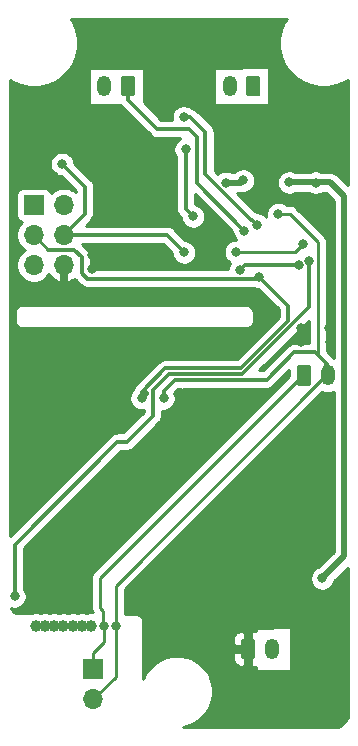
<source format=gbr>
G04 #@! TF.GenerationSoftware,KiCad,Pcbnew,(5.1.5)-3*
G04 #@! TF.CreationDate,2021-05-09T10:58:11+01:00*
G04 #@! TF.ProjectId,ModuleV440,4d6f6475-6c65-4563-9434-302e6b696361,rev?*
G04 #@! TF.SameCoordinates,Original*
G04 #@! TF.FileFunction,Copper,L2,Bot*
G04 #@! TF.FilePolarity,Positive*
%FSLAX46Y46*%
G04 Gerber Fmt 4.6, Leading zero omitted, Abs format (unit mm)*
G04 Created by KiCad (PCBNEW (5.1.5)-3) date 2021-05-09 10:58:11*
%MOMM*%
%LPD*%
G04 APERTURE LIST*
%ADD10O,1.200000X1.750000*%
%ADD11C,0.100000*%
%ADD12O,1.700000X1.700000*%
%ADD13R,1.700000X1.700000*%
%ADD14C,1.000000*%
%ADD15C,0.800000*%
%ADD16C,0.500000*%
%ADD17C,0.300000*%
%ADD18C,0.250000*%
%ADD19C,0.254000*%
G04 APERTURE END LIST*
D10*
X121217600Y-54387600D03*
G04 #@! TA.AperFunction,ComponentPad*
D11*
G36*
X123592105Y-53513804D02*
G01*
X123616373Y-53517404D01*
X123640172Y-53523365D01*
X123663271Y-53531630D01*
X123685450Y-53542120D01*
X123706493Y-53554732D01*
X123726199Y-53569347D01*
X123744377Y-53585823D01*
X123760853Y-53604001D01*
X123775468Y-53623707D01*
X123788080Y-53644750D01*
X123798570Y-53666929D01*
X123806835Y-53690028D01*
X123812796Y-53713827D01*
X123816396Y-53738095D01*
X123817600Y-53762599D01*
X123817600Y-55012601D01*
X123816396Y-55037105D01*
X123812796Y-55061373D01*
X123806835Y-55085172D01*
X123798570Y-55108271D01*
X123788080Y-55130450D01*
X123775468Y-55151493D01*
X123760853Y-55171199D01*
X123744377Y-55189377D01*
X123726199Y-55205853D01*
X123706493Y-55220468D01*
X123685450Y-55233080D01*
X123663271Y-55243570D01*
X123640172Y-55251835D01*
X123616373Y-55257796D01*
X123592105Y-55261396D01*
X123567601Y-55262600D01*
X122867599Y-55262600D01*
X122843095Y-55261396D01*
X122818827Y-55257796D01*
X122795028Y-55251835D01*
X122771929Y-55243570D01*
X122749750Y-55233080D01*
X122728707Y-55220468D01*
X122709001Y-55205853D01*
X122690823Y-55189377D01*
X122674347Y-55171199D01*
X122659732Y-55151493D01*
X122647120Y-55130450D01*
X122636630Y-55108271D01*
X122628365Y-55085172D01*
X122622404Y-55061373D01*
X122618804Y-55037105D01*
X122617600Y-55012601D01*
X122617600Y-53762599D01*
X122618804Y-53738095D01*
X122622404Y-53713827D01*
X122628365Y-53690028D01*
X122636630Y-53666929D01*
X122647120Y-53644750D01*
X122659732Y-53623707D01*
X122674347Y-53604001D01*
X122690823Y-53585823D01*
X122709001Y-53569347D01*
X122728707Y-53554732D01*
X122749750Y-53542120D01*
X122771929Y-53531630D01*
X122795028Y-53523365D01*
X122818827Y-53517404D01*
X122843095Y-53513804D01*
X122867599Y-53512600D01*
X123567601Y-53512600D01*
X123592105Y-53513804D01*
G37*
G04 #@! TD.AperFunction*
D10*
X110617600Y-54387600D03*
G04 #@! TA.AperFunction,ComponentPad*
D11*
G36*
X112992105Y-53513804D02*
G01*
X113016373Y-53517404D01*
X113040172Y-53523365D01*
X113063271Y-53531630D01*
X113085450Y-53542120D01*
X113106493Y-53554732D01*
X113126199Y-53569347D01*
X113144377Y-53585823D01*
X113160853Y-53604001D01*
X113175468Y-53623707D01*
X113188080Y-53644750D01*
X113198570Y-53666929D01*
X113206835Y-53690028D01*
X113212796Y-53713827D01*
X113216396Y-53738095D01*
X113217600Y-53762599D01*
X113217600Y-55012601D01*
X113216396Y-55037105D01*
X113212796Y-55061373D01*
X113206835Y-55085172D01*
X113198570Y-55108271D01*
X113188080Y-55130450D01*
X113175468Y-55151493D01*
X113160853Y-55171199D01*
X113144377Y-55189377D01*
X113126199Y-55205853D01*
X113106493Y-55220468D01*
X113085450Y-55233080D01*
X113063271Y-55243570D01*
X113040172Y-55251835D01*
X113016373Y-55257796D01*
X112992105Y-55261396D01*
X112967601Y-55262600D01*
X112267599Y-55262600D01*
X112243095Y-55261396D01*
X112218827Y-55257796D01*
X112195028Y-55251835D01*
X112171929Y-55243570D01*
X112149750Y-55233080D01*
X112128707Y-55220468D01*
X112109001Y-55205853D01*
X112090823Y-55189377D01*
X112074347Y-55171199D01*
X112059732Y-55151493D01*
X112047120Y-55130450D01*
X112036630Y-55108271D01*
X112028365Y-55085172D01*
X112022404Y-55061373D01*
X112018804Y-55037105D01*
X112017600Y-55012601D01*
X112017600Y-53762599D01*
X112018804Y-53738095D01*
X112022404Y-53713827D01*
X112028365Y-53690028D01*
X112036630Y-53666929D01*
X112047120Y-53644750D01*
X112059732Y-53623707D01*
X112074347Y-53604001D01*
X112090823Y-53585823D01*
X112109001Y-53569347D01*
X112128707Y-53554732D01*
X112149750Y-53542120D01*
X112171929Y-53531630D01*
X112195028Y-53523365D01*
X112218827Y-53517404D01*
X112243095Y-53513804D01*
X112267599Y-53512600D01*
X112967601Y-53512600D01*
X112992105Y-53513804D01*
G37*
G04 #@! TD.AperFunction*
D12*
X109667600Y-106302600D03*
D13*
X109667600Y-103762600D03*
D10*
X124767600Y-102037600D03*
G04 #@! TA.AperFunction,ComponentPad*
D11*
G36*
X123142105Y-101163804D02*
G01*
X123166373Y-101167404D01*
X123190172Y-101173365D01*
X123213271Y-101181630D01*
X123235450Y-101192120D01*
X123256493Y-101204732D01*
X123276199Y-101219347D01*
X123294377Y-101235823D01*
X123310853Y-101254001D01*
X123325468Y-101273707D01*
X123338080Y-101294750D01*
X123348570Y-101316929D01*
X123356835Y-101340028D01*
X123362796Y-101363827D01*
X123366396Y-101388095D01*
X123367600Y-101412599D01*
X123367600Y-102662601D01*
X123366396Y-102687105D01*
X123362796Y-102711373D01*
X123356835Y-102735172D01*
X123348570Y-102758271D01*
X123338080Y-102780450D01*
X123325468Y-102801493D01*
X123310853Y-102821199D01*
X123294377Y-102839377D01*
X123276199Y-102855853D01*
X123256493Y-102870468D01*
X123235450Y-102883080D01*
X123213271Y-102893570D01*
X123190172Y-102901835D01*
X123166373Y-102907796D01*
X123142105Y-102911396D01*
X123117601Y-102912600D01*
X122417599Y-102912600D01*
X122393095Y-102911396D01*
X122368827Y-102907796D01*
X122345028Y-102901835D01*
X122321929Y-102893570D01*
X122299750Y-102883080D01*
X122278707Y-102870468D01*
X122259001Y-102855853D01*
X122240823Y-102839377D01*
X122224347Y-102821199D01*
X122209732Y-102801493D01*
X122197120Y-102780450D01*
X122186630Y-102758271D01*
X122178365Y-102735172D01*
X122172404Y-102711373D01*
X122168804Y-102687105D01*
X122167600Y-102662601D01*
X122167600Y-101412599D01*
X122168804Y-101388095D01*
X122172404Y-101363827D01*
X122178365Y-101340028D01*
X122186630Y-101316929D01*
X122197120Y-101294750D01*
X122209732Y-101273707D01*
X122224347Y-101254001D01*
X122240823Y-101235823D01*
X122259001Y-101219347D01*
X122278707Y-101204732D01*
X122299750Y-101192120D01*
X122321929Y-101181630D01*
X122345028Y-101173365D01*
X122368827Y-101167404D01*
X122393095Y-101163804D01*
X122417599Y-101162600D01*
X123117601Y-101162600D01*
X123142105Y-101163804D01*
G37*
G04 #@! TD.AperFunction*
D10*
X129517600Y-78887600D03*
G04 #@! TA.AperFunction,ComponentPad*
D11*
G36*
X127892105Y-78013804D02*
G01*
X127916373Y-78017404D01*
X127940172Y-78023365D01*
X127963271Y-78031630D01*
X127985450Y-78042120D01*
X128006493Y-78054732D01*
X128026199Y-78069347D01*
X128044377Y-78085823D01*
X128060853Y-78104001D01*
X128075468Y-78123707D01*
X128088080Y-78144750D01*
X128098570Y-78166929D01*
X128106835Y-78190028D01*
X128112796Y-78213827D01*
X128116396Y-78238095D01*
X128117600Y-78262599D01*
X128117600Y-79512601D01*
X128116396Y-79537105D01*
X128112796Y-79561373D01*
X128106835Y-79585172D01*
X128098570Y-79608271D01*
X128088080Y-79630450D01*
X128075468Y-79651493D01*
X128060853Y-79671199D01*
X128044377Y-79689377D01*
X128026199Y-79705853D01*
X128006493Y-79720468D01*
X127985450Y-79733080D01*
X127963271Y-79743570D01*
X127940172Y-79751835D01*
X127916373Y-79757796D01*
X127892105Y-79761396D01*
X127867601Y-79762600D01*
X127167599Y-79762600D01*
X127143095Y-79761396D01*
X127118827Y-79757796D01*
X127095028Y-79751835D01*
X127071929Y-79743570D01*
X127049750Y-79733080D01*
X127028707Y-79720468D01*
X127009001Y-79705853D01*
X126990823Y-79689377D01*
X126974347Y-79671199D01*
X126959732Y-79651493D01*
X126947120Y-79630450D01*
X126936630Y-79608271D01*
X126928365Y-79585172D01*
X126922404Y-79561373D01*
X126918804Y-79537105D01*
X126917600Y-79512601D01*
X126917600Y-78262599D01*
X126918804Y-78238095D01*
X126922404Y-78213827D01*
X126928365Y-78190028D01*
X126936630Y-78166929D01*
X126947120Y-78144750D01*
X126959732Y-78123707D01*
X126974347Y-78104001D01*
X126990823Y-78085823D01*
X127009001Y-78069347D01*
X127028707Y-78054732D01*
X127049750Y-78042120D01*
X127071929Y-78031630D01*
X127095028Y-78023365D01*
X127118827Y-78017404D01*
X127143095Y-78013804D01*
X127167599Y-78012600D01*
X127867601Y-78012600D01*
X127892105Y-78013804D01*
G37*
G04 #@! TD.AperFunction*
D13*
X104642600Y-64462600D03*
D12*
X107182600Y-64462600D03*
X104642600Y-67002600D03*
X107182600Y-67002600D03*
X104642600Y-69542600D03*
X107182600Y-69542600D03*
D14*
X104810933Y-100087600D03*
X105592044Y-100087600D03*
X106373155Y-100087600D03*
X107154266Y-100087600D03*
X107935377Y-100087600D03*
X108717600Y-100087600D03*
X109517600Y-100087600D03*
D15*
X126417600Y-54187600D03*
X111647600Y-59327600D03*
X112897600Y-59327600D03*
X107192600Y-55612600D03*
X110472600Y-59327600D03*
X113167600Y-49912600D03*
X117467600Y-97692600D03*
X117467600Y-96712600D03*
X123907600Y-73827600D03*
X127287600Y-76017600D03*
X129657600Y-74827600D03*
X128092600Y-89787600D03*
X128077600Y-90797600D03*
X129117600Y-89787600D03*
X108007600Y-93332600D03*
X109107600Y-93332600D03*
X110207600Y-93332600D03*
X111357600Y-93332600D03*
X117467600Y-95732600D03*
X118792600Y-96712600D03*
X118792600Y-97692600D03*
X118792600Y-95732600D03*
X111567600Y-62762600D03*
X112817600Y-62762600D03*
X110392600Y-62762600D03*
X109527600Y-69852600D03*
X109527600Y-68727600D03*
X125592600Y-56987600D03*
X111342600Y-49912600D03*
X109517600Y-49912600D03*
X107187600Y-56527600D03*
X123397600Y-64067600D03*
X105162600Y-62022600D03*
X106337600Y-62022600D03*
X129517600Y-66357600D03*
X128927600Y-61337600D03*
X130377600Y-61337600D03*
X129687600Y-76017600D03*
X127267600Y-74827600D03*
X115947600Y-69647600D03*
X110787600Y-65707600D03*
X109857600Y-65687600D03*
X124977600Y-73817600D03*
X102967600Y-72537600D03*
X117467600Y-94712600D03*
X118792600Y-94712600D03*
X117467600Y-93562600D03*
X118792600Y-93562600D03*
X129067600Y-96062600D03*
X128507600Y-62567600D03*
X126257600Y-62537600D03*
X120917588Y-62577600D03*
X122377600Y-62377600D03*
X122477600Y-66617600D03*
X127117600Y-69557600D03*
X122117600Y-69987590D03*
X123517600Y-66107600D03*
X117337600Y-57027600D03*
X121747600Y-68427600D03*
X127462850Y-67717459D03*
X117487600Y-59742600D03*
X118137600Y-65427600D03*
X117377600Y-68467600D03*
X107047600Y-60997600D03*
X103017600Y-97597600D03*
X127979739Y-69158553D03*
X125342600Y-65197600D03*
X115630100Y-80837586D03*
X111562588Y-100107600D03*
X123737600Y-70537600D03*
X113773366Y-80805866D03*
X110567600Y-100097600D03*
D16*
X126217600Y-62577600D02*
X126257600Y-62537600D01*
X130917600Y-94212600D02*
X130917600Y-63717600D01*
X130917600Y-63717600D02*
X129737600Y-62537600D01*
X129737600Y-62537600D02*
X126257600Y-62537600D01*
X129067600Y-96062600D02*
X130917600Y-94212600D01*
X120917588Y-62577600D02*
X122177600Y-62577600D01*
X122177600Y-62577600D02*
X122377600Y-62377600D01*
D17*
X118447600Y-62587600D02*
X122477600Y-66617600D01*
X112617600Y-55537600D02*
X115107600Y-58027600D01*
X112617600Y-54387600D02*
X112617600Y-55537600D01*
X115107600Y-58027600D02*
X117757600Y-58027600D01*
X117757600Y-58027600D02*
X118447600Y-58717600D01*
X118447600Y-58717600D02*
X118447600Y-62587600D01*
X127117600Y-69557600D02*
X122547590Y-69557600D01*
X122547590Y-69557600D02*
X122117600Y-69987590D01*
X123517600Y-66107600D02*
X123117601Y-65707601D01*
X117904011Y-57027600D02*
X117337600Y-57027600D01*
X119167599Y-58291188D02*
X117904011Y-57027600D01*
X119167599Y-61863615D02*
X119167599Y-58291188D01*
X123117601Y-65707601D02*
X123011585Y-65707601D01*
X123011585Y-65707601D02*
X119167599Y-61863615D01*
D18*
X126752709Y-68427600D02*
X127462850Y-67717459D01*
X121747600Y-68427600D02*
X126752709Y-68427600D01*
D17*
X117487600Y-64777600D02*
X118137600Y-65427600D01*
X117487600Y-59742600D02*
X117487600Y-64777600D01*
X107182600Y-67002600D02*
X115912600Y-67002600D01*
X115912600Y-67002600D02*
X117377600Y-68467600D01*
X108987600Y-62937600D02*
X107047600Y-60997600D01*
X107182600Y-67002600D02*
X108987600Y-65197600D01*
X108987600Y-65197600D02*
X108987600Y-62937600D01*
X114717600Y-80887600D02*
X114717600Y-80137600D01*
X127979739Y-69724238D02*
X127979739Y-69158553D01*
X122304022Y-78787589D02*
X127979739Y-73111872D01*
X114717600Y-80137600D02*
X116067611Y-78787589D01*
X127979739Y-73111872D02*
X127979739Y-69724238D01*
X116067611Y-78787589D02*
X122304022Y-78787589D01*
X112503604Y-84501596D02*
X114717600Y-82287600D01*
X114717600Y-82287600D02*
X114717600Y-80887600D01*
X111717600Y-84501596D02*
X112503604Y-84501596D01*
X103017600Y-97597600D02*
X103017600Y-93201596D01*
X103017600Y-93201596D02*
X111717600Y-84501596D01*
X129367600Y-77857600D02*
X129367600Y-78887600D01*
X126657600Y-76937600D02*
X128447600Y-76937600D01*
X128447600Y-76937600D02*
X129367600Y-77857600D01*
D18*
X128697600Y-67577600D02*
X126317600Y-65197600D01*
X128697600Y-77167600D02*
X128697600Y-67577600D01*
X126317600Y-65197600D02*
X125342600Y-65197600D01*
X129517600Y-78887600D02*
X129517600Y-77987600D01*
X129517600Y-77987600D02*
X128697600Y-77167600D01*
D17*
X117217600Y-79237600D02*
X117167600Y-79287600D01*
X126647600Y-76937600D02*
X124347600Y-79237600D01*
X124347600Y-79237600D02*
X117217600Y-79237600D01*
X117230086Y-79237600D02*
X116567600Y-79237600D01*
X115630100Y-80175100D02*
X115630100Y-80837586D01*
X116567600Y-79237600D02*
X115630100Y-80175100D01*
D18*
X129517600Y-78887600D02*
X129367600Y-78887600D01*
X109667600Y-106302600D02*
X111562588Y-104407612D01*
X111562588Y-99541915D02*
X111562588Y-100107600D01*
X111562588Y-104407612D02*
X111562588Y-100107600D01*
X129367600Y-78887600D02*
X111562588Y-96692612D01*
X111562588Y-96692612D02*
X111562588Y-99541915D01*
D17*
X114117414Y-80311817D02*
X114205091Y-80399494D01*
X114205091Y-80437593D02*
X113836818Y-80805866D01*
X113836818Y-80805866D02*
X113773366Y-80805866D01*
X113805100Y-80837600D02*
X113805100Y-80413689D01*
X126177600Y-72977600D02*
X124137599Y-70937599D01*
X113773366Y-80281834D02*
X115767600Y-78287600D01*
X124137599Y-70937599D02*
X123737600Y-70537600D01*
X126177600Y-74277600D02*
X126177600Y-72977600D01*
X113773366Y-80805866D02*
X113773366Y-80281834D01*
X122167600Y-78287600D02*
X126177600Y-74277600D01*
X115767600Y-78287600D02*
X122167600Y-78287600D01*
X104642600Y-67002600D02*
X105282600Y-67002600D01*
D18*
X105877600Y-68237600D02*
X104642600Y-67002600D01*
X105917600Y-68237600D02*
X105877600Y-68237600D01*
D17*
X123587600Y-70687600D02*
X123737600Y-70537600D01*
X108717600Y-70237600D02*
X109167600Y-70687600D01*
X108073601Y-68237600D02*
X108717600Y-68881599D01*
X105917600Y-68237600D02*
X108073601Y-68237600D01*
X108717600Y-68881599D02*
X108717600Y-70237600D01*
X109167600Y-70687600D02*
X123587600Y-70687600D01*
D18*
X109667600Y-102362600D02*
X109667600Y-103762600D01*
X110567600Y-101462600D02*
X109667600Y-102362600D01*
X110567600Y-100097600D02*
X110567600Y-101462600D01*
X110542600Y-98812600D02*
X110542600Y-100072600D01*
X110267607Y-98537607D02*
X110542600Y-98812600D01*
X110267607Y-96037593D02*
X110267607Y-98537607D01*
X127367600Y-78937600D02*
X110267607Y-96037593D01*
X110542600Y-100072600D02*
X110567600Y-100097600D01*
X127367600Y-78887600D02*
X127367600Y-78937600D01*
D19*
G36*
X130032600Y-93846021D02*
G01*
X128822557Y-95056065D01*
X128765702Y-95067374D01*
X128577344Y-95145395D01*
X128407826Y-95258663D01*
X128263663Y-95402826D01*
X128150395Y-95572344D01*
X128072374Y-95760702D01*
X128032600Y-95960661D01*
X128032600Y-96164539D01*
X128072374Y-96364498D01*
X128150395Y-96552856D01*
X128263663Y-96722374D01*
X128407826Y-96866537D01*
X128577344Y-96979805D01*
X128765702Y-97057826D01*
X128965661Y-97097600D01*
X129169539Y-97097600D01*
X129369498Y-97057826D01*
X129557856Y-96979805D01*
X129727374Y-96866537D01*
X129871537Y-96722374D01*
X129984805Y-96552856D01*
X130062826Y-96364498D01*
X130074135Y-96307643D01*
X131213029Y-95168750D01*
X131207616Y-107802710D01*
X131189214Y-107990384D01*
X131182317Y-108013228D01*
X130592568Y-108602928D01*
X130575767Y-108608129D01*
X130390508Y-108627600D01*
X117241744Y-108627600D01*
X117640543Y-108548274D01*
X118191422Y-108320092D01*
X118687200Y-107988824D01*
X119108824Y-107567200D01*
X119440092Y-107071422D01*
X119668274Y-106520543D01*
X119784600Y-105935733D01*
X119784600Y-105339467D01*
X119668274Y-104754657D01*
X119440092Y-104203778D01*
X119108824Y-103708000D01*
X118687200Y-103286376D01*
X118191422Y-102955108D01*
X118088799Y-102912600D01*
X121529528Y-102912600D01*
X121541788Y-103037082D01*
X121578098Y-103156780D01*
X121637063Y-103267094D01*
X121716415Y-103363785D01*
X121813106Y-103443137D01*
X121923420Y-103502102D01*
X122043118Y-103538412D01*
X122167600Y-103550672D01*
X122385850Y-103547600D01*
X122544600Y-103388850D01*
X122544600Y-102260600D01*
X121691350Y-102260600D01*
X121532600Y-102419350D01*
X121529528Y-102912600D01*
X118088799Y-102912600D01*
X117640543Y-102726926D01*
X117055733Y-102610600D01*
X116459467Y-102610600D01*
X115874657Y-102726926D01*
X115323778Y-102955108D01*
X114828000Y-103286376D01*
X114406376Y-103708000D01*
X114075108Y-104203778D01*
X113902600Y-104620248D01*
X113902600Y-101162600D01*
X121529528Y-101162600D01*
X121532600Y-101655850D01*
X121691350Y-101814600D01*
X122544600Y-101814600D01*
X122544600Y-100686350D01*
X122990600Y-100686350D01*
X122990600Y-101814600D01*
X123010600Y-101814600D01*
X123010600Y-102260600D01*
X122990600Y-102260600D01*
X122990600Y-103388850D01*
X123149350Y-103547600D01*
X123367600Y-103550672D01*
X123489231Y-103538693D01*
X123490924Y-103788984D01*
X123493395Y-103813071D01*
X123500655Y-103836886D01*
X123512421Y-103858826D01*
X123528241Y-103878050D01*
X123547508Y-103893818D01*
X123569480Y-103905524D01*
X123593314Y-103912718D01*
X123618094Y-103915125D01*
X126294080Y-103911475D01*
X126319586Y-103908852D01*
X126343358Y-103901452D01*
X126365228Y-103889557D01*
X126384359Y-103873624D01*
X126400013Y-103854265D01*
X126411589Y-103832224D01*
X126418643Y-103808347D01*
X126420904Y-103783554D01*
X126395904Y-100336679D01*
X126393019Y-100310669D01*
X126385380Y-100286973D01*
X126373265Y-100265223D01*
X126357140Y-100246255D01*
X126337624Y-100230796D01*
X126315467Y-100219443D01*
X126291521Y-100212630D01*
X126266706Y-100210619D01*
X123592692Y-100256967D01*
X123569275Y-100259559D01*
X123545500Y-100266947D01*
X123523623Y-100278831D01*
X123504485Y-100294755D01*
X123488821Y-100314107D01*
X123477234Y-100336142D01*
X123470169Y-100360015D01*
X123467896Y-100384807D01*
X123468909Y-100534506D01*
X123367600Y-100524528D01*
X123149350Y-100527600D01*
X122990600Y-100686350D01*
X122544600Y-100686350D01*
X122385850Y-100527600D01*
X122167600Y-100524528D01*
X122043118Y-100536788D01*
X121923420Y-100573098D01*
X121813106Y-100632063D01*
X121716415Y-100711415D01*
X121637063Y-100808106D01*
X121578098Y-100918420D01*
X121541788Y-101038118D01*
X121529528Y-101162600D01*
X113902600Y-101162600D01*
X113902600Y-99792477D01*
X113906035Y-99757600D01*
X113892327Y-99618416D01*
X113851728Y-99484580D01*
X113785800Y-99361237D01*
X113697075Y-99253125D01*
X113588963Y-99164400D01*
X113465620Y-99098472D01*
X113331784Y-99057873D01*
X113227477Y-99047600D01*
X113192600Y-99044165D01*
X113157723Y-99047600D01*
X112325523Y-99047600D01*
X112322588Y-99045184D01*
X112322588Y-97007413D01*
X129028488Y-80301515D01*
X129042700Y-80309111D01*
X129275499Y-80379730D01*
X129517600Y-80403575D01*
X129759702Y-80379730D01*
X129992501Y-80309111D01*
X130032600Y-80287677D01*
X130032600Y-93846021D01*
G37*
X130032600Y-93846021D02*
X128822557Y-95056065D01*
X128765702Y-95067374D01*
X128577344Y-95145395D01*
X128407826Y-95258663D01*
X128263663Y-95402826D01*
X128150395Y-95572344D01*
X128072374Y-95760702D01*
X128032600Y-95960661D01*
X128032600Y-96164539D01*
X128072374Y-96364498D01*
X128150395Y-96552856D01*
X128263663Y-96722374D01*
X128407826Y-96866537D01*
X128577344Y-96979805D01*
X128765702Y-97057826D01*
X128965661Y-97097600D01*
X129169539Y-97097600D01*
X129369498Y-97057826D01*
X129557856Y-96979805D01*
X129727374Y-96866537D01*
X129871537Y-96722374D01*
X129984805Y-96552856D01*
X130062826Y-96364498D01*
X130074135Y-96307643D01*
X131213029Y-95168750D01*
X131207616Y-107802710D01*
X131189214Y-107990384D01*
X131182317Y-108013228D01*
X130592568Y-108602928D01*
X130575767Y-108608129D01*
X130390508Y-108627600D01*
X117241744Y-108627600D01*
X117640543Y-108548274D01*
X118191422Y-108320092D01*
X118687200Y-107988824D01*
X119108824Y-107567200D01*
X119440092Y-107071422D01*
X119668274Y-106520543D01*
X119784600Y-105935733D01*
X119784600Y-105339467D01*
X119668274Y-104754657D01*
X119440092Y-104203778D01*
X119108824Y-103708000D01*
X118687200Y-103286376D01*
X118191422Y-102955108D01*
X118088799Y-102912600D01*
X121529528Y-102912600D01*
X121541788Y-103037082D01*
X121578098Y-103156780D01*
X121637063Y-103267094D01*
X121716415Y-103363785D01*
X121813106Y-103443137D01*
X121923420Y-103502102D01*
X122043118Y-103538412D01*
X122167600Y-103550672D01*
X122385850Y-103547600D01*
X122544600Y-103388850D01*
X122544600Y-102260600D01*
X121691350Y-102260600D01*
X121532600Y-102419350D01*
X121529528Y-102912600D01*
X118088799Y-102912600D01*
X117640543Y-102726926D01*
X117055733Y-102610600D01*
X116459467Y-102610600D01*
X115874657Y-102726926D01*
X115323778Y-102955108D01*
X114828000Y-103286376D01*
X114406376Y-103708000D01*
X114075108Y-104203778D01*
X113902600Y-104620248D01*
X113902600Y-101162600D01*
X121529528Y-101162600D01*
X121532600Y-101655850D01*
X121691350Y-101814600D01*
X122544600Y-101814600D01*
X122544600Y-100686350D01*
X122990600Y-100686350D01*
X122990600Y-101814600D01*
X123010600Y-101814600D01*
X123010600Y-102260600D01*
X122990600Y-102260600D01*
X122990600Y-103388850D01*
X123149350Y-103547600D01*
X123367600Y-103550672D01*
X123489231Y-103538693D01*
X123490924Y-103788984D01*
X123493395Y-103813071D01*
X123500655Y-103836886D01*
X123512421Y-103858826D01*
X123528241Y-103878050D01*
X123547508Y-103893818D01*
X123569480Y-103905524D01*
X123593314Y-103912718D01*
X123618094Y-103915125D01*
X126294080Y-103911475D01*
X126319586Y-103908852D01*
X126343358Y-103901452D01*
X126365228Y-103889557D01*
X126384359Y-103873624D01*
X126400013Y-103854265D01*
X126411589Y-103832224D01*
X126418643Y-103808347D01*
X126420904Y-103783554D01*
X126395904Y-100336679D01*
X126393019Y-100310669D01*
X126385380Y-100286973D01*
X126373265Y-100265223D01*
X126357140Y-100246255D01*
X126337624Y-100230796D01*
X126315467Y-100219443D01*
X126291521Y-100212630D01*
X126266706Y-100210619D01*
X123592692Y-100256967D01*
X123569275Y-100259559D01*
X123545500Y-100266947D01*
X123523623Y-100278831D01*
X123504485Y-100294755D01*
X123488821Y-100314107D01*
X123477234Y-100336142D01*
X123470169Y-100360015D01*
X123467896Y-100384807D01*
X123468909Y-100534506D01*
X123367600Y-100524528D01*
X123149350Y-100527600D01*
X122990600Y-100686350D01*
X122544600Y-100686350D01*
X122385850Y-100527600D01*
X122167600Y-100524528D01*
X122043118Y-100536788D01*
X121923420Y-100573098D01*
X121813106Y-100632063D01*
X121716415Y-100711415D01*
X121637063Y-100808106D01*
X121578098Y-100918420D01*
X121541788Y-101038118D01*
X121529528Y-101162600D01*
X113902600Y-101162600D01*
X113902600Y-99792477D01*
X113906035Y-99757600D01*
X113892327Y-99618416D01*
X113851728Y-99484580D01*
X113785800Y-99361237D01*
X113697075Y-99253125D01*
X113588963Y-99164400D01*
X113465620Y-99098472D01*
X113331784Y-99057873D01*
X113227477Y-99047600D01*
X113192600Y-99044165D01*
X113157723Y-99047600D01*
X112325523Y-99047600D01*
X112322588Y-99045184D01*
X112322588Y-97007413D01*
X129028488Y-80301515D01*
X129042700Y-80309111D01*
X129275499Y-80379730D01*
X129517600Y-80403575D01*
X129759702Y-80379730D01*
X129992501Y-80309111D01*
X130032600Y-80287677D01*
X130032600Y-93846021D01*
G36*
X126279528Y-78950870D02*
G01*
X109756610Y-95473789D01*
X109727606Y-95497592D01*
X109672478Y-95564767D01*
X109632633Y-95613317D01*
X109574387Y-95722287D01*
X109562061Y-95745347D01*
X109518604Y-95888608D01*
X109507607Y-96000261D01*
X109507607Y-96000271D01*
X109503931Y-96037593D01*
X109507607Y-96074916D01*
X109507608Y-98500275D01*
X109503931Y-98537607D01*
X109507608Y-98574940D01*
X109516865Y-98668921D01*
X109518605Y-98686592D01*
X109562061Y-98829853D01*
X109627671Y-98952600D01*
X109405812Y-98952600D01*
X109186533Y-98996217D01*
X109144495Y-99013630D01*
X109090517Y-99013552D01*
X109048667Y-98996217D01*
X108829388Y-98952600D01*
X108605812Y-98952600D01*
X108386533Y-98996217D01*
X108347269Y-99012481D01*
X108305562Y-99012420D01*
X108266444Y-98996217D01*
X108047165Y-98952600D01*
X107823589Y-98952600D01*
X107604310Y-98996217D01*
X107567759Y-99011357D01*
X107521723Y-99011290D01*
X107485333Y-98996217D01*
X107266054Y-98952600D01*
X107042478Y-98952600D01*
X106823199Y-98996217D01*
X106789357Y-99010235D01*
X106737884Y-99010160D01*
X106704222Y-98996217D01*
X106484943Y-98952600D01*
X106261367Y-98952600D01*
X106042088Y-98996217D01*
X106010956Y-99009113D01*
X105954045Y-99009030D01*
X105923111Y-98996217D01*
X105703832Y-98952600D01*
X105480256Y-98952600D01*
X105260977Y-98996217D01*
X105232554Y-99007990D01*
X105170206Y-99007900D01*
X105142000Y-98996217D01*
X104922721Y-98952600D01*
X104699145Y-98952600D01*
X104479866Y-98996217D01*
X104454152Y-99006868D01*
X103100375Y-99004917D01*
X103002303Y-98952771D01*
X102883342Y-98855748D01*
X102785482Y-98737456D01*
X102712468Y-98602419D01*
X102708585Y-98589878D01*
X102715702Y-98592826D01*
X102915661Y-98632600D01*
X103119539Y-98632600D01*
X103319498Y-98592826D01*
X103507856Y-98514805D01*
X103677374Y-98401537D01*
X103821537Y-98257374D01*
X103934805Y-98087856D01*
X104012826Y-97899498D01*
X104052600Y-97699539D01*
X104052600Y-97495661D01*
X104012826Y-97295702D01*
X103934805Y-97107344D01*
X103821537Y-96937826D01*
X103802600Y-96918889D01*
X103802600Y-93526753D01*
X112042758Y-85286596D01*
X112465051Y-85286596D01*
X112503604Y-85290393D01*
X112542157Y-85286596D01*
X112542165Y-85286596D01*
X112657491Y-85275237D01*
X112805464Y-85230350D01*
X112941837Y-85157458D01*
X113061368Y-85059360D01*
X113085951Y-85029406D01*
X115245417Y-82869941D01*
X115275364Y-82845364D01*
X115373462Y-82725833D01*
X115446354Y-82589460D01*
X115491241Y-82441487D01*
X115502600Y-82326161D01*
X115502600Y-82326154D01*
X115506397Y-82287601D01*
X115502600Y-82249048D01*
X115502600Y-81867502D01*
X115528161Y-81872586D01*
X115732039Y-81872586D01*
X115931998Y-81832812D01*
X116120356Y-81754791D01*
X116289874Y-81641523D01*
X116434037Y-81497360D01*
X116547305Y-81327842D01*
X116625326Y-81139484D01*
X116665100Y-80939525D01*
X116665100Y-80735647D01*
X116625326Y-80535688D01*
X116553374Y-80361983D01*
X116891262Y-80024096D01*
X117013714Y-80061241D01*
X117167600Y-80076397D01*
X117321486Y-80061241D01*
X117448869Y-80022600D01*
X124309047Y-80022600D01*
X124347600Y-80026397D01*
X124386153Y-80022600D01*
X124386161Y-80022600D01*
X124501487Y-80011241D01*
X124649460Y-79966354D01*
X124785833Y-79893462D01*
X124905364Y-79795364D01*
X124929947Y-79765410D01*
X126279528Y-78415830D01*
X126279528Y-78950870D01*
G37*
X126279528Y-78950870D02*
X109756610Y-95473789D01*
X109727606Y-95497592D01*
X109672478Y-95564767D01*
X109632633Y-95613317D01*
X109574387Y-95722287D01*
X109562061Y-95745347D01*
X109518604Y-95888608D01*
X109507607Y-96000261D01*
X109507607Y-96000271D01*
X109503931Y-96037593D01*
X109507607Y-96074916D01*
X109507608Y-98500275D01*
X109503931Y-98537607D01*
X109507608Y-98574940D01*
X109516865Y-98668921D01*
X109518605Y-98686592D01*
X109562061Y-98829853D01*
X109627671Y-98952600D01*
X109405812Y-98952600D01*
X109186533Y-98996217D01*
X109144495Y-99013630D01*
X109090517Y-99013552D01*
X109048667Y-98996217D01*
X108829388Y-98952600D01*
X108605812Y-98952600D01*
X108386533Y-98996217D01*
X108347269Y-99012481D01*
X108305562Y-99012420D01*
X108266444Y-98996217D01*
X108047165Y-98952600D01*
X107823589Y-98952600D01*
X107604310Y-98996217D01*
X107567759Y-99011357D01*
X107521723Y-99011290D01*
X107485333Y-98996217D01*
X107266054Y-98952600D01*
X107042478Y-98952600D01*
X106823199Y-98996217D01*
X106789357Y-99010235D01*
X106737884Y-99010160D01*
X106704222Y-98996217D01*
X106484943Y-98952600D01*
X106261367Y-98952600D01*
X106042088Y-98996217D01*
X106010956Y-99009113D01*
X105954045Y-99009030D01*
X105923111Y-98996217D01*
X105703832Y-98952600D01*
X105480256Y-98952600D01*
X105260977Y-98996217D01*
X105232554Y-99007990D01*
X105170206Y-99007900D01*
X105142000Y-98996217D01*
X104922721Y-98952600D01*
X104699145Y-98952600D01*
X104479866Y-98996217D01*
X104454152Y-99006868D01*
X103100375Y-99004917D01*
X103002303Y-98952771D01*
X102883342Y-98855748D01*
X102785482Y-98737456D01*
X102712468Y-98602419D01*
X102708585Y-98589878D01*
X102715702Y-98592826D01*
X102915661Y-98632600D01*
X103119539Y-98632600D01*
X103319498Y-98592826D01*
X103507856Y-98514805D01*
X103677374Y-98401537D01*
X103821537Y-98257374D01*
X103934805Y-98087856D01*
X104012826Y-97899498D01*
X104052600Y-97699539D01*
X104052600Y-97495661D01*
X104012826Y-97295702D01*
X103934805Y-97107344D01*
X103821537Y-96937826D01*
X103802600Y-96918889D01*
X103802600Y-93526753D01*
X112042758Y-85286596D01*
X112465051Y-85286596D01*
X112503604Y-85290393D01*
X112542157Y-85286596D01*
X112542165Y-85286596D01*
X112657491Y-85275237D01*
X112805464Y-85230350D01*
X112941837Y-85157458D01*
X113061368Y-85059360D01*
X113085951Y-85029406D01*
X115245417Y-82869941D01*
X115275364Y-82845364D01*
X115373462Y-82725833D01*
X115446354Y-82589460D01*
X115491241Y-82441487D01*
X115502600Y-82326161D01*
X115502600Y-82326154D01*
X115506397Y-82287601D01*
X115502600Y-82249048D01*
X115502600Y-81867502D01*
X115528161Y-81872586D01*
X115732039Y-81872586D01*
X115931998Y-81832812D01*
X116120356Y-81754791D01*
X116289874Y-81641523D01*
X116434037Y-81497360D01*
X116547305Y-81327842D01*
X116625326Y-81139484D01*
X116665100Y-80939525D01*
X116665100Y-80735647D01*
X116625326Y-80535688D01*
X116553374Y-80361983D01*
X116891262Y-80024096D01*
X117013714Y-80061241D01*
X117167600Y-80076397D01*
X117321486Y-80061241D01*
X117448869Y-80022600D01*
X124309047Y-80022600D01*
X124347600Y-80026397D01*
X124386153Y-80022600D01*
X124386161Y-80022600D01*
X124501487Y-80011241D01*
X124649460Y-79966354D01*
X124785833Y-79893462D01*
X124905364Y-79795364D01*
X124929947Y-79765410D01*
X126279528Y-78415830D01*
X126279528Y-78950870D01*
G36*
X125864776Y-48972204D02*
G01*
X125583827Y-49650474D01*
X125440600Y-50370523D01*
X125440600Y-51104677D01*
X125583827Y-51824726D01*
X125864776Y-52502996D01*
X126272650Y-53113424D01*
X126791776Y-53632550D01*
X127402204Y-54040424D01*
X128080474Y-54321373D01*
X128800523Y-54464600D01*
X129534677Y-54464600D01*
X130254726Y-54321373D01*
X130932996Y-54040424D01*
X131230736Y-53841481D01*
X131226908Y-62775329D01*
X130394134Y-61942556D01*
X130366417Y-61908783D01*
X130231659Y-61798189D01*
X130077913Y-61716011D01*
X129911090Y-61665405D01*
X129781077Y-61652600D01*
X129781069Y-61652600D01*
X129737600Y-61648319D01*
X129694131Y-61652600D01*
X129001156Y-61652600D01*
X128997856Y-61650395D01*
X128809498Y-61572374D01*
X128609539Y-61532600D01*
X128405661Y-61532600D01*
X128205702Y-61572374D01*
X128017344Y-61650395D01*
X128014044Y-61652600D01*
X126796054Y-61652600D01*
X126747856Y-61620395D01*
X126559498Y-61542374D01*
X126359539Y-61502600D01*
X126155661Y-61502600D01*
X125955702Y-61542374D01*
X125767344Y-61620395D01*
X125597826Y-61733663D01*
X125453663Y-61877826D01*
X125340395Y-62047344D01*
X125262374Y-62235702D01*
X125222600Y-62435661D01*
X125222600Y-62639539D01*
X125262374Y-62839498D01*
X125340395Y-63027856D01*
X125453663Y-63197374D01*
X125597826Y-63341537D01*
X125767344Y-63454805D01*
X125955702Y-63532826D01*
X126155661Y-63572600D01*
X126359539Y-63572600D01*
X126559498Y-63532826D01*
X126747856Y-63454805D01*
X126796054Y-63422600D01*
X127924247Y-63422600D01*
X128017344Y-63484805D01*
X128205702Y-63562826D01*
X128405661Y-63602600D01*
X128609539Y-63602600D01*
X128809498Y-63562826D01*
X128997856Y-63484805D01*
X129090953Y-63422600D01*
X129371022Y-63422600D01*
X130032601Y-64084180D01*
X130032601Y-77427082D01*
X130028602Y-77423801D01*
X130020226Y-77415424D01*
X129925364Y-77299836D01*
X129895417Y-77275259D01*
X129457600Y-76837443D01*
X129457600Y-67614922D01*
X129461276Y-67577599D01*
X129457600Y-67540276D01*
X129457600Y-67540267D01*
X129446603Y-67428614D01*
X129403146Y-67285353D01*
X129332574Y-67153324D01*
X129237601Y-67037599D01*
X129208603Y-67013801D01*
X126881404Y-64686603D01*
X126857601Y-64657599D01*
X126741876Y-64562626D01*
X126609847Y-64492054D01*
X126466586Y-64448597D01*
X126354933Y-64437600D01*
X126354922Y-64437600D01*
X126317600Y-64433924D01*
X126280278Y-64437600D01*
X126046311Y-64437600D01*
X126002374Y-64393663D01*
X125832856Y-64280395D01*
X125644498Y-64202374D01*
X125444539Y-64162600D01*
X125240661Y-64162600D01*
X125040702Y-64202374D01*
X124852344Y-64280395D01*
X124682826Y-64393663D01*
X124538663Y-64537826D01*
X124425395Y-64707344D01*
X124347374Y-64895702D01*
X124307600Y-65095661D01*
X124307600Y-65299539D01*
X124343691Y-65480982D01*
X124321537Y-65447826D01*
X124177374Y-65303663D01*
X124007856Y-65190395D01*
X123819498Y-65112374D01*
X123619539Y-65072600D01*
X123581253Y-65072600D01*
X123555834Y-65051739D01*
X123419461Y-64978847D01*
X123381462Y-64967320D01*
X121876742Y-63462600D01*
X122134131Y-63462600D01*
X122177600Y-63466881D01*
X122221069Y-63462600D01*
X122221077Y-63462600D01*
X122351090Y-63449795D01*
X122473704Y-63412600D01*
X122479539Y-63412600D01*
X122679498Y-63372826D01*
X122867856Y-63294805D01*
X123037374Y-63181537D01*
X123181537Y-63037374D01*
X123294805Y-62867856D01*
X123372826Y-62679498D01*
X123412600Y-62479539D01*
X123412600Y-62275661D01*
X123372826Y-62075702D01*
X123294805Y-61887344D01*
X123181537Y-61717826D01*
X123037374Y-61573663D01*
X122867856Y-61460395D01*
X122679498Y-61382374D01*
X122479539Y-61342600D01*
X122275661Y-61342600D01*
X122075702Y-61382374D01*
X121887344Y-61460395D01*
X121717826Y-61573663D01*
X121598889Y-61692600D01*
X121456042Y-61692600D01*
X121407844Y-61660395D01*
X121219486Y-61582374D01*
X121019527Y-61542600D01*
X120815649Y-61542600D01*
X120615690Y-61582374D01*
X120427332Y-61660395D01*
X120257814Y-61773663D01*
X120222809Y-61808668D01*
X119952599Y-61538458D01*
X119952599Y-58329740D01*
X119956396Y-58291187D01*
X119952599Y-58252634D01*
X119952599Y-58252627D01*
X119941240Y-58137301D01*
X119896353Y-57989328D01*
X119823461Y-57852955D01*
X119725363Y-57733424D01*
X119695414Y-57708846D01*
X118486358Y-56499790D01*
X118461775Y-56469836D01*
X118342244Y-56371738D01*
X118205871Y-56298846D01*
X118057898Y-56253959D01*
X118024367Y-56250656D01*
X117997374Y-56223663D01*
X117827856Y-56110395D01*
X117639498Y-56032374D01*
X117439539Y-55992600D01*
X117235661Y-55992600D01*
X117035702Y-56032374D01*
X116847344Y-56110395D01*
X116677826Y-56223663D01*
X116533663Y-56367826D01*
X116420395Y-56537344D01*
X116342374Y-56725702D01*
X116302600Y-56925661D01*
X116302600Y-57129539D01*
X116325089Y-57242600D01*
X115432757Y-57242600D01*
X114033397Y-55843240D01*
X119894339Y-55843240D01*
X119896901Y-55869177D01*
X119904245Y-55892966D01*
X119916089Y-55914865D01*
X119931977Y-55934032D01*
X119951300Y-55949732D01*
X119973314Y-55961360D01*
X119997173Y-55968470D01*
X120021961Y-55970788D01*
X124441942Y-55949099D01*
X124465554Y-55946767D01*
X124489409Y-55939644D01*
X124511417Y-55928003D01*
X124530730Y-55912293D01*
X124546608Y-55893117D01*
X124558439Y-55871212D01*
X124565770Y-55847419D01*
X124568318Y-55822653D01*
X124580880Y-52933651D01*
X124578337Y-52907807D01*
X124571011Y-52884013D01*
X124559184Y-52862105D01*
X124543311Y-52842925D01*
X124524000Y-52827211D01*
X124501995Y-52815566D01*
X124478141Y-52808438D01*
X124453355Y-52806100D01*
X120033336Y-52824412D01*
X120009625Y-52826745D01*
X119985770Y-52833869D01*
X119963762Y-52845510D01*
X119944449Y-52861220D01*
X119928572Y-52880397D01*
X119916741Y-52902303D01*
X119909411Y-52926095D01*
X119906863Y-52950861D01*
X119894339Y-55843240D01*
X114033397Y-55843240D01*
X113938771Y-55748614D01*
X113950881Y-52963603D01*
X113948222Y-52937194D01*
X113940788Y-52913433D01*
X113928862Y-52891579D01*
X113912901Y-52872472D01*
X113893520Y-52856846D01*
X113871462Y-52845301D01*
X113847576Y-52838281D01*
X113822779Y-52836056D01*
X109432760Y-52874187D01*
X109409626Y-52876516D01*
X109385771Y-52883640D01*
X109363763Y-52895281D01*
X109344450Y-52910991D01*
X109328573Y-52930168D01*
X109316742Y-52952074D01*
X109309412Y-52975866D01*
X109306864Y-53000632D01*
X109294339Y-55893469D01*
X109297020Y-55919982D01*
X109304474Y-55943737D01*
X109316419Y-55965580D01*
X109332396Y-55984674D01*
X109351791Y-56000284D01*
X109373858Y-56011810D01*
X109397751Y-56018809D01*
X109422549Y-56021013D01*
X111978810Y-55996633D01*
X112035255Y-56065412D01*
X112035259Y-56065416D01*
X112059837Y-56095364D01*
X112089785Y-56119942D01*
X114525253Y-58555410D01*
X114549836Y-58585364D01*
X114669367Y-58683462D01*
X114805740Y-58756354D01*
X114953713Y-58801242D01*
X115028626Y-58808620D01*
X115069039Y-58812600D01*
X115069044Y-58812600D01*
X115107600Y-58816397D01*
X115146156Y-58812600D01*
X117028234Y-58812600D01*
X116997344Y-58825395D01*
X116827826Y-58938663D01*
X116683663Y-59082826D01*
X116570395Y-59252344D01*
X116492374Y-59440702D01*
X116452600Y-59640661D01*
X116452600Y-59844539D01*
X116492374Y-60044498D01*
X116570395Y-60232856D01*
X116683663Y-60402374D01*
X116702600Y-60421311D01*
X116702601Y-64739037D01*
X116698803Y-64777600D01*
X116713959Y-64931486D01*
X116758846Y-65079459D01*
X116783584Y-65125740D01*
X116831739Y-65215833D01*
X116848422Y-65236161D01*
X116905255Y-65305412D01*
X116905259Y-65305416D01*
X116929837Y-65335364D01*
X116959785Y-65359942D01*
X117102600Y-65502757D01*
X117102600Y-65529539D01*
X117142374Y-65729498D01*
X117220395Y-65917856D01*
X117333663Y-66087374D01*
X117477826Y-66231537D01*
X117647344Y-66344805D01*
X117835702Y-66422826D01*
X118035661Y-66462600D01*
X118239539Y-66462600D01*
X118439498Y-66422826D01*
X118627856Y-66344805D01*
X118797374Y-66231537D01*
X118941537Y-66087374D01*
X119054805Y-65917856D01*
X119132826Y-65729498D01*
X119172600Y-65529539D01*
X119172600Y-65325661D01*
X119132826Y-65125702D01*
X119054805Y-64937344D01*
X118941537Y-64767826D01*
X118797374Y-64623663D01*
X118627856Y-64510395D01*
X118439498Y-64432374D01*
X118272600Y-64399176D01*
X118272600Y-63522757D01*
X121442600Y-66692757D01*
X121442600Y-66719539D01*
X121482374Y-66919498D01*
X121560395Y-67107856D01*
X121673663Y-67277374D01*
X121788889Y-67392600D01*
X121645661Y-67392600D01*
X121445702Y-67432374D01*
X121257344Y-67510395D01*
X121087826Y-67623663D01*
X120943663Y-67767826D01*
X120830395Y-67937344D01*
X120752374Y-68125702D01*
X120712600Y-68325661D01*
X120712600Y-68529539D01*
X120752374Y-68729498D01*
X120830395Y-68917856D01*
X120943663Y-69087374D01*
X121087826Y-69231537D01*
X121257344Y-69344805D01*
X121292564Y-69359394D01*
X121200395Y-69497334D01*
X121122374Y-69685692D01*
X121082600Y-69885651D01*
X121082600Y-69902600D01*
X109502600Y-69902600D01*
X109502600Y-68920151D01*
X109506397Y-68881598D01*
X109502600Y-68843045D01*
X109502600Y-68843038D01*
X109491241Y-68727712D01*
X109475504Y-68675832D01*
X109446354Y-68579739D01*
X109437072Y-68562374D01*
X109373462Y-68443366D01*
X109313050Y-68369755D01*
X109299945Y-68353786D01*
X109299942Y-68353783D01*
X109275364Y-68323835D01*
X109245416Y-68299258D01*
X108733758Y-67787600D01*
X115587443Y-67787600D01*
X116342600Y-68542757D01*
X116342600Y-68569539D01*
X116382374Y-68769498D01*
X116460395Y-68957856D01*
X116573663Y-69127374D01*
X116717826Y-69271537D01*
X116887344Y-69384805D01*
X117075702Y-69462826D01*
X117275661Y-69502600D01*
X117479539Y-69502600D01*
X117679498Y-69462826D01*
X117867856Y-69384805D01*
X118037374Y-69271537D01*
X118181537Y-69127374D01*
X118294805Y-68957856D01*
X118372826Y-68769498D01*
X118412600Y-68569539D01*
X118412600Y-68365661D01*
X118372826Y-68165702D01*
X118294805Y-67977344D01*
X118181537Y-67807826D01*
X118037374Y-67663663D01*
X117867856Y-67550395D01*
X117679498Y-67472374D01*
X117479539Y-67432600D01*
X117452757Y-67432600D01*
X116494945Y-66474788D01*
X116470364Y-66444836D01*
X116350833Y-66346738D01*
X116214460Y-66273846D01*
X116066487Y-66228959D01*
X115951161Y-66217600D01*
X115951153Y-66217600D01*
X115912600Y-66213803D01*
X115874047Y-66217600D01*
X109077758Y-66217600D01*
X109515417Y-65779941D01*
X109545364Y-65755364D01*
X109643462Y-65635833D01*
X109716354Y-65499460D01*
X109761241Y-65351487D01*
X109772600Y-65236161D01*
X109772600Y-65236154D01*
X109776397Y-65197601D01*
X109772600Y-65159048D01*
X109772600Y-62976152D01*
X109776397Y-62937599D01*
X109772600Y-62899046D01*
X109772600Y-62899039D01*
X109761241Y-62783713D01*
X109716354Y-62635740D01*
X109643462Y-62499367D01*
X109545364Y-62379836D01*
X109515416Y-62355258D01*
X108082600Y-60922443D01*
X108082600Y-60895661D01*
X108042826Y-60695702D01*
X107964805Y-60507344D01*
X107851537Y-60337826D01*
X107707374Y-60193663D01*
X107537856Y-60080395D01*
X107349498Y-60002374D01*
X107149539Y-59962600D01*
X106945661Y-59962600D01*
X106745702Y-60002374D01*
X106557344Y-60080395D01*
X106387826Y-60193663D01*
X106243663Y-60337826D01*
X106130395Y-60507344D01*
X106052374Y-60695702D01*
X106012600Y-60895661D01*
X106012600Y-61099539D01*
X106052374Y-61299498D01*
X106130395Y-61487856D01*
X106243663Y-61657374D01*
X106387826Y-61801537D01*
X106557344Y-61914805D01*
X106745702Y-61992826D01*
X106945661Y-62032600D01*
X106972443Y-62032600D01*
X108202601Y-63262759D01*
X108202601Y-63382494D01*
X108129232Y-63309125D01*
X107886011Y-63146610D01*
X107615758Y-63034668D01*
X107328860Y-62977600D01*
X107036340Y-62977600D01*
X106749442Y-63034668D01*
X106479189Y-63146610D01*
X106235968Y-63309125D01*
X106104113Y-63440980D01*
X106082102Y-63368420D01*
X106023137Y-63258106D01*
X105943785Y-63161415D01*
X105847094Y-63082063D01*
X105736780Y-63023098D01*
X105617082Y-62986788D01*
X105492600Y-62974528D01*
X103792600Y-62974528D01*
X103668118Y-62986788D01*
X103548420Y-63023098D01*
X103438106Y-63082063D01*
X103341415Y-63161415D01*
X103262063Y-63258106D01*
X103203098Y-63368420D01*
X103166788Y-63488118D01*
X103154528Y-63612600D01*
X103154528Y-65312600D01*
X103166788Y-65437082D01*
X103203098Y-65556780D01*
X103262063Y-65667094D01*
X103341415Y-65763785D01*
X103438106Y-65843137D01*
X103548420Y-65902102D01*
X103620980Y-65924113D01*
X103489125Y-66055968D01*
X103326610Y-66299189D01*
X103214668Y-66569442D01*
X103157600Y-66856340D01*
X103157600Y-67148860D01*
X103214668Y-67435758D01*
X103326610Y-67706011D01*
X103489125Y-67949232D01*
X103695968Y-68156075D01*
X103870360Y-68272600D01*
X103695968Y-68389125D01*
X103489125Y-68595968D01*
X103326610Y-68839189D01*
X103214668Y-69109442D01*
X103157600Y-69396340D01*
X103157600Y-69688860D01*
X103214668Y-69975758D01*
X103326610Y-70246011D01*
X103489125Y-70489232D01*
X103695968Y-70696075D01*
X103939189Y-70858590D01*
X104209442Y-70970532D01*
X104496340Y-71027600D01*
X104788860Y-71027600D01*
X105075758Y-70970532D01*
X105346011Y-70858590D01*
X105589232Y-70696075D01*
X105796075Y-70489232D01*
X105917350Y-70307731D01*
X106022252Y-70469337D01*
X106225345Y-70677903D01*
X106465225Y-70842840D01*
X106732673Y-70957809D01*
X106959600Y-70852019D01*
X106959600Y-69765600D01*
X106939600Y-69765600D01*
X106939600Y-69319600D01*
X106959600Y-69319600D01*
X106959600Y-69299600D01*
X107405600Y-69299600D01*
X107405600Y-69319600D01*
X107425600Y-69319600D01*
X107425600Y-69765600D01*
X107405600Y-69765600D01*
X107405600Y-70852019D01*
X107632527Y-70957809D01*
X107899975Y-70842840D01*
X108091004Y-70711492D01*
X108094986Y-70716344D01*
X108135255Y-70765412D01*
X108135259Y-70765416D01*
X108159837Y-70795364D01*
X108189785Y-70819942D01*
X108585253Y-71215410D01*
X108609836Y-71245364D01*
X108729367Y-71343462D01*
X108865740Y-71416354D01*
X109013712Y-71461241D01*
X109028090Y-71462657D01*
X109129039Y-71472600D01*
X109129046Y-71472600D01*
X109167599Y-71476397D01*
X109206152Y-71472600D01*
X123290305Y-71472600D01*
X123435702Y-71532826D01*
X123635661Y-71572600D01*
X123662443Y-71572600D01*
X125392601Y-73302759D01*
X125392600Y-73952442D01*
X121842443Y-77502600D01*
X115806156Y-77502600D01*
X115767600Y-77498803D01*
X115729044Y-77502600D01*
X115729039Y-77502600D01*
X115688626Y-77506580D01*
X115613713Y-77513958D01*
X115475979Y-77555740D01*
X115465740Y-77558846D01*
X115329367Y-77631738D01*
X115209836Y-77729836D01*
X115185255Y-77759788D01*
X113245551Y-79699492D01*
X113215603Y-79724070D01*
X113191025Y-79754018D01*
X113191021Y-79754022D01*
X113181673Y-79765413D01*
X113117505Y-79843601D01*
X113044612Y-79979974D01*
X113005016Y-80110505D01*
X112969429Y-80146092D01*
X112856161Y-80315610D01*
X112778140Y-80503968D01*
X112738366Y-80703927D01*
X112738366Y-80907805D01*
X112778140Y-81107764D01*
X112856161Y-81296122D01*
X112969429Y-81465640D01*
X113113592Y-81609803D01*
X113283110Y-81723071D01*
X113471468Y-81801092D01*
X113671427Y-81840866D01*
X113875305Y-81840866D01*
X113932600Y-81829469D01*
X113932600Y-81962442D01*
X112178447Y-83716596D01*
X111756153Y-83716596D01*
X111717600Y-83712799D01*
X111679047Y-83716596D01*
X111679039Y-83716596D01*
X111563713Y-83727955D01*
X111415740Y-83772842D01*
X111279367Y-83845734D01*
X111219159Y-83895146D01*
X111189787Y-83919251D01*
X111189784Y-83919254D01*
X111159836Y-83943832D01*
X111135258Y-83973780D01*
X102645209Y-92463830D01*
X102637479Y-73597600D01*
X103009286Y-73597600D01*
X103012600Y-73631247D01*
X103012600Y-74163953D01*
X103009286Y-74197600D01*
X103022512Y-74331883D01*
X103061681Y-74461006D01*
X103125288Y-74580007D01*
X103210889Y-74684311D01*
X103299282Y-74756854D01*
X103315193Y-74769912D01*
X103434194Y-74833519D01*
X103563317Y-74872688D01*
X103697600Y-74885914D01*
X103731247Y-74882600D01*
X122575402Y-74882600D01*
X122620531Y-74885531D01*
X122676076Y-74878185D01*
X122731883Y-74872688D01*
X122742897Y-74869347D01*
X122754298Y-74867839D01*
X122807343Y-74849798D01*
X122861006Y-74833519D01*
X122871157Y-74828093D01*
X122882045Y-74824390D01*
X122930553Y-74796345D01*
X122980007Y-74769912D01*
X122988903Y-74762611D01*
X122998861Y-74756854D01*
X123040966Y-74719884D01*
X123084311Y-74684311D01*
X123091614Y-74675412D01*
X123100255Y-74667825D01*
X123134336Y-74623357D01*
X123169912Y-74580007D01*
X123175337Y-74569858D01*
X123182334Y-74560728D01*
X123207092Y-74510447D01*
X123233519Y-74461006D01*
X123236859Y-74449994D01*
X123241941Y-74439674D01*
X123256411Y-74385542D01*
X123272688Y-74331883D01*
X123273816Y-74320426D01*
X123276786Y-74309317D01*
X123280417Y-74253409D01*
X123285914Y-74197600D01*
X123281479Y-74152569D01*
X123263722Y-73619859D01*
X123265914Y-73597600D01*
X123261478Y-73552566D01*
X123261098Y-73541152D01*
X123258185Y-73519125D01*
X123252688Y-73463317D01*
X123249347Y-73452303D01*
X123247839Y-73440902D01*
X123229798Y-73387857D01*
X123213519Y-73334194D01*
X123208093Y-73324043D01*
X123204390Y-73313155D01*
X123176345Y-73264647D01*
X123149912Y-73215193D01*
X123142611Y-73206297D01*
X123136854Y-73196339D01*
X123099878Y-73154227D01*
X123064311Y-73110889D01*
X123055415Y-73103588D01*
X123047826Y-73094945D01*
X123003348Y-73060858D01*
X122960007Y-73025288D01*
X122949859Y-73019864D01*
X122940728Y-73012866D01*
X122890447Y-72988108D01*
X122841006Y-72961681D01*
X122829994Y-72958341D01*
X122819674Y-72953259D01*
X122765539Y-72938788D01*
X122711883Y-72922512D01*
X122700428Y-72921384D01*
X122689318Y-72918414D01*
X122633411Y-72914783D01*
X122611247Y-72912600D01*
X122599798Y-72912600D01*
X122554669Y-72909669D01*
X122532508Y-72912600D01*
X103731247Y-72912600D01*
X103697600Y-72909286D01*
X103663953Y-72912600D01*
X103563317Y-72922512D01*
X103434194Y-72961681D01*
X103315193Y-73025288D01*
X103210889Y-73110889D01*
X103125288Y-73215193D01*
X103061681Y-73334194D01*
X103022512Y-73463317D01*
X103009286Y-73597600D01*
X102637479Y-73597600D01*
X102629390Y-53858136D01*
X102902204Y-54040424D01*
X103580474Y-54321373D01*
X104300523Y-54464600D01*
X105034677Y-54464600D01*
X105754726Y-54321373D01*
X106432996Y-54040424D01*
X107043424Y-53632550D01*
X107562550Y-53113424D01*
X107970424Y-52502996D01*
X108251373Y-51824726D01*
X108394600Y-51104677D01*
X108394600Y-50370523D01*
X108251373Y-49650474D01*
X107970424Y-48972204D01*
X107786940Y-48697600D01*
X126048260Y-48697600D01*
X125864776Y-48972204D01*
G37*
X125864776Y-48972204D02*
X125583827Y-49650474D01*
X125440600Y-50370523D01*
X125440600Y-51104677D01*
X125583827Y-51824726D01*
X125864776Y-52502996D01*
X126272650Y-53113424D01*
X126791776Y-53632550D01*
X127402204Y-54040424D01*
X128080474Y-54321373D01*
X128800523Y-54464600D01*
X129534677Y-54464600D01*
X130254726Y-54321373D01*
X130932996Y-54040424D01*
X131230736Y-53841481D01*
X131226908Y-62775329D01*
X130394134Y-61942556D01*
X130366417Y-61908783D01*
X130231659Y-61798189D01*
X130077913Y-61716011D01*
X129911090Y-61665405D01*
X129781077Y-61652600D01*
X129781069Y-61652600D01*
X129737600Y-61648319D01*
X129694131Y-61652600D01*
X129001156Y-61652600D01*
X128997856Y-61650395D01*
X128809498Y-61572374D01*
X128609539Y-61532600D01*
X128405661Y-61532600D01*
X128205702Y-61572374D01*
X128017344Y-61650395D01*
X128014044Y-61652600D01*
X126796054Y-61652600D01*
X126747856Y-61620395D01*
X126559498Y-61542374D01*
X126359539Y-61502600D01*
X126155661Y-61502600D01*
X125955702Y-61542374D01*
X125767344Y-61620395D01*
X125597826Y-61733663D01*
X125453663Y-61877826D01*
X125340395Y-62047344D01*
X125262374Y-62235702D01*
X125222600Y-62435661D01*
X125222600Y-62639539D01*
X125262374Y-62839498D01*
X125340395Y-63027856D01*
X125453663Y-63197374D01*
X125597826Y-63341537D01*
X125767344Y-63454805D01*
X125955702Y-63532826D01*
X126155661Y-63572600D01*
X126359539Y-63572600D01*
X126559498Y-63532826D01*
X126747856Y-63454805D01*
X126796054Y-63422600D01*
X127924247Y-63422600D01*
X128017344Y-63484805D01*
X128205702Y-63562826D01*
X128405661Y-63602600D01*
X128609539Y-63602600D01*
X128809498Y-63562826D01*
X128997856Y-63484805D01*
X129090953Y-63422600D01*
X129371022Y-63422600D01*
X130032601Y-64084180D01*
X130032601Y-77427082D01*
X130028602Y-77423801D01*
X130020226Y-77415424D01*
X129925364Y-77299836D01*
X129895417Y-77275259D01*
X129457600Y-76837443D01*
X129457600Y-67614922D01*
X129461276Y-67577599D01*
X129457600Y-67540276D01*
X129457600Y-67540267D01*
X129446603Y-67428614D01*
X129403146Y-67285353D01*
X129332574Y-67153324D01*
X129237601Y-67037599D01*
X129208603Y-67013801D01*
X126881404Y-64686603D01*
X126857601Y-64657599D01*
X126741876Y-64562626D01*
X126609847Y-64492054D01*
X126466586Y-64448597D01*
X126354933Y-64437600D01*
X126354922Y-64437600D01*
X126317600Y-64433924D01*
X126280278Y-64437600D01*
X126046311Y-64437600D01*
X126002374Y-64393663D01*
X125832856Y-64280395D01*
X125644498Y-64202374D01*
X125444539Y-64162600D01*
X125240661Y-64162600D01*
X125040702Y-64202374D01*
X124852344Y-64280395D01*
X124682826Y-64393663D01*
X124538663Y-64537826D01*
X124425395Y-64707344D01*
X124347374Y-64895702D01*
X124307600Y-65095661D01*
X124307600Y-65299539D01*
X124343691Y-65480982D01*
X124321537Y-65447826D01*
X124177374Y-65303663D01*
X124007856Y-65190395D01*
X123819498Y-65112374D01*
X123619539Y-65072600D01*
X123581253Y-65072600D01*
X123555834Y-65051739D01*
X123419461Y-64978847D01*
X123381462Y-64967320D01*
X121876742Y-63462600D01*
X122134131Y-63462600D01*
X122177600Y-63466881D01*
X122221069Y-63462600D01*
X122221077Y-63462600D01*
X122351090Y-63449795D01*
X122473704Y-63412600D01*
X122479539Y-63412600D01*
X122679498Y-63372826D01*
X122867856Y-63294805D01*
X123037374Y-63181537D01*
X123181537Y-63037374D01*
X123294805Y-62867856D01*
X123372826Y-62679498D01*
X123412600Y-62479539D01*
X123412600Y-62275661D01*
X123372826Y-62075702D01*
X123294805Y-61887344D01*
X123181537Y-61717826D01*
X123037374Y-61573663D01*
X122867856Y-61460395D01*
X122679498Y-61382374D01*
X122479539Y-61342600D01*
X122275661Y-61342600D01*
X122075702Y-61382374D01*
X121887344Y-61460395D01*
X121717826Y-61573663D01*
X121598889Y-61692600D01*
X121456042Y-61692600D01*
X121407844Y-61660395D01*
X121219486Y-61582374D01*
X121019527Y-61542600D01*
X120815649Y-61542600D01*
X120615690Y-61582374D01*
X120427332Y-61660395D01*
X120257814Y-61773663D01*
X120222809Y-61808668D01*
X119952599Y-61538458D01*
X119952599Y-58329740D01*
X119956396Y-58291187D01*
X119952599Y-58252634D01*
X119952599Y-58252627D01*
X119941240Y-58137301D01*
X119896353Y-57989328D01*
X119823461Y-57852955D01*
X119725363Y-57733424D01*
X119695414Y-57708846D01*
X118486358Y-56499790D01*
X118461775Y-56469836D01*
X118342244Y-56371738D01*
X118205871Y-56298846D01*
X118057898Y-56253959D01*
X118024367Y-56250656D01*
X117997374Y-56223663D01*
X117827856Y-56110395D01*
X117639498Y-56032374D01*
X117439539Y-55992600D01*
X117235661Y-55992600D01*
X117035702Y-56032374D01*
X116847344Y-56110395D01*
X116677826Y-56223663D01*
X116533663Y-56367826D01*
X116420395Y-56537344D01*
X116342374Y-56725702D01*
X116302600Y-56925661D01*
X116302600Y-57129539D01*
X116325089Y-57242600D01*
X115432757Y-57242600D01*
X114033397Y-55843240D01*
X119894339Y-55843240D01*
X119896901Y-55869177D01*
X119904245Y-55892966D01*
X119916089Y-55914865D01*
X119931977Y-55934032D01*
X119951300Y-55949732D01*
X119973314Y-55961360D01*
X119997173Y-55968470D01*
X120021961Y-55970788D01*
X124441942Y-55949099D01*
X124465554Y-55946767D01*
X124489409Y-55939644D01*
X124511417Y-55928003D01*
X124530730Y-55912293D01*
X124546608Y-55893117D01*
X124558439Y-55871212D01*
X124565770Y-55847419D01*
X124568318Y-55822653D01*
X124580880Y-52933651D01*
X124578337Y-52907807D01*
X124571011Y-52884013D01*
X124559184Y-52862105D01*
X124543311Y-52842925D01*
X124524000Y-52827211D01*
X124501995Y-52815566D01*
X124478141Y-52808438D01*
X124453355Y-52806100D01*
X120033336Y-52824412D01*
X120009625Y-52826745D01*
X119985770Y-52833869D01*
X119963762Y-52845510D01*
X119944449Y-52861220D01*
X119928572Y-52880397D01*
X119916741Y-52902303D01*
X119909411Y-52926095D01*
X119906863Y-52950861D01*
X119894339Y-55843240D01*
X114033397Y-55843240D01*
X113938771Y-55748614D01*
X113950881Y-52963603D01*
X113948222Y-52937194D01*
X113940788Y-52913433D01*
X113928862Y-52891579D01*
X113912901Y-52872472D01*
X113893520Y-52856846D01*
X113871462Y-52845301D01*
X113847576Y-52838281D01*
X113822779Y-52836056D01*
X109432760Y-52874187D01*
X109409626Y-52876516D01*
X109385771Y-52883640D01*
X109363763Y-52895281D01*
X109344450Y-52910991D01*
X109328573Y-52930168D01*
X109316742Y-52952074D01*
X109309412Y-52975866D01*
X109306864Y-53000632D01*
X109294339Y-55893469D01*
X109297020Y-55919982D01*
X109304474Y-55943737D01*
X109316419Y-55965580D01*
X109332396Y-55984674D01*
X109351791Y-56000284D01*
X109373858Y-56011810D01*
X109397751Y-56018809D01*
X109422549Y-56021013D01*
X111978810Y-55996633D01*
X112035255Y-56065412D01*
X112035259Y-56065416D01*
X112059837Y-56095364D01*
X112089785Y-56119942D01*
X114525253Y-58555410D01*
X114549836Y-58585364D01*
X114669367Y-58683462D01*
X114805740Y-58756354D01*
X114953713Y-58801242D01*
X115028626Y-58808620D01*
X115069039Y-58812600D01*
X115069044Y-58812600D01*
X115107600Y-58816397D01*
X115146156Y-58812600D01*
X117028234Y-58812600D01*
X116997344Y-58825395D01*
X116827826Y-58938663D01*
X116683663Y-59082826D01*
X116570395Y-59252344D01*
X116492374Y-59440702D01*
X116452600Y-59640661D01*
X116452600Y-59844539D01*
X116492374Y-60044498D01*
X116570395Y-60232856D01*
X116683663Y-60402374D01*
X116702600Y-60421311D01*
X116702601Y-64739037D01*
X116698803Y-64777600D01*
X116713959Y-64931486D01*
X116758846Y-65079459D01*
X116783584Y-65125740D01*
X116831739Y-65215833D01*
X116848422Y-65236161D01*
X116905255Y-65305412D01*
X116905259Y-65305416D01*
X116929837Y-65335364D01*
X116959785Y-65359942D01*
X117102600Y-65502757D01*
X117102600Y-65529539D01*
X117142374Y-65729498D01*
X117220395Y-65917856D01*
X117333663Y-66087374D01*
X117477826Y-66231537D01*
X117647344Y-66344805D01*
X117835702Y-66422826D01*
X118035661Y-66462600D01*
X118239539Y-66462600D01*
X118439498Y-66422826D01*
X118627856Y-66344805D01*
X118797374Y-66231537D01*
X118941537Y-66087374D01*
X119054805Y-65917856D01*
X119132826Y-65729498D01*
X119172600Y-65529539D01*
X119172600Y-65325661D01*
X119132826Y-65125702D01*
X119054805Y-64937344D01*
X118941537Y-64767826D01*
X118797374Y-64623663D01*
X118627856Y-64510395D01*
X118439498Y-64432374D01*
X118272600Y-64399176D01*
X118272600Y-63522757D01*
X121442600Y-66692757D01*
X121442600Y-66719539D01*
X121482374Y-66919498D01*
X121560395Y-67107856D01*
X121673663Y-67277374D01*
X121788889Y-67392600D01*
X121645661Y-67392600D01*
X121445702Y-67432374D01*
X121257344Y-67510395D01*
X121087826Y-67623663D01*
X120943663Y-67767826D01*
X120830395Y-67937344D01*
X120752374Y-68125702D01*
X120712600Y-68325661D01*
X120712600Y-68529539D01*
X120752374Y-68729498D01*
X120830395Y-68917856D01*
X120943663Y-69087374D01*
X121087826Y-69231537D01*
X121257344Y-69344805D01*
X121292564Y-69359394D01*
X121200395Y-69497334D01*
X121122374Y-69685692D01*
X121082600Y-69885651D01*
X121082600Y-69902600D01*
X109502600Y-69902600D01*
X109502600Y-68920151D01*
X109506397Y-68881598D01*
X109502600Y-68843045D01*
X109502600Y-68843038D01*
X109491241Y-68727712D01*
X109475504Y-68675832D01*
X109446354Y-68579739D01*
X109437072Y-68562374D01*
X109373462Y-68443366D01*
X109313050Y-68369755D01*
X109299945Y-68353786D01*
X109299942Y-68353783D01*
X109275364Y-68323835D01*
X109245416Y-68299258D01*
X108733758Y-67787600D01*
X115587443Y-67787600D01*
X116342600Y-68542757D01*
X116342600Y-68569539D01*
X116382374Y-68769498D01*
X116460395Y-68957856D01*
X116573663Y-69127374D01*
X116717826Y-69271537D01*
X116887344Y-69384805D01*
X117075702Y-69462826D01*
X117275661Y-69502600D01*
X117479539Y-69502600D01*
X117679498Y-69462826D01*
X117867856Y-69384805D01*
X118037374Y-69271537D01*
X118181537Y-69127374D01*
X118294805Y-68957856D01*
X118372826Y-68769498D01*
X118412600Y-68569539D01*
X118412600Y-68365661D01*
X118372826Y-68165702D01*
X118294805Y-67977344D01*
X118181537Y-67807826D01*
X118037374Y-67663663D01*
X117867856Y-67550395D01*
X117679498Y-67472374D01*
X117479539Y-67432600D01*
X117452757Y-67432600D01*
X116494945Y-66474788D01*
X116470364Y-66444836D01*
X116350833Y-66346738D01*
X116214460Y-66273846D01*
X116066487Y-66228959D01*
X115951161Y-66217600D01*
X115951153Y-66217600D01*
X115912600Y-66213803D01*
X115874047Y-66217600D01*
X109077758Y-66217600D01*
X109515417Y-65779941D01*
X109545364Y-65755364D01*
X109643462Y-65635833D01*
X109716354Y-65499460D01*
X109761241Y-65351487D01*
X109772600Y-65236161D01*
X109772600Y-65236154D01*
X109776397Y-65197601D01*
X109772600Y-65159048D01*
X109772600Y-62976152D01*
X109776397Y-62937599D01*
X109772600Y-62899046D01*
X109772600Y-62899039D01*
X109761241Y-62783713D01*
X109716354Y-62635740D01*
X109643462Y-62499367D01*
X109545364Y-62379836D01*
X109515416Y-62355258D01*
X108082600Y-60922443D01*
X108082600Y-60895661D01*
X108042826Y-60695702D01*
X107964805Y-60507344D01*
X107851537Y-60337826D01*
X107707374Y-60193663D01*
X107537856Y-60080395D01*
X107349498Y-60002374D01*
X107149539Y-59962600D01*
X106945661Y-59962600D01*
X106745702Y-60002374D01*
X106557344Y-60080395D01*
X106387826Y-60193663D01*
X106243663Y-60337826D01*
X106130395Y-60507344D01*
X106052374Y-60695702D01*
X106012600Y-60895661D01*
X106012600Y-61099539D01*
X106052374Y-61299498D01*
X106130395Y-61487856D01*
X106243663Y-61657374D01*
X106387826Y-61801537D01*
X106557344Y-61914805D01*
X106745702Y-61992826D01*
X106945661Y-62032600D01*
X106972443Y-62032600D01*
X108202601Y-63262759D01*
X108202601Y-63382494D01*
X108129232Y-63309125D01*
X107886011Y-63146610D01*
X107615758Y-63034668D01*
X107328860Y-62977600D01*
X107036340Y-62977600D01*
X106749442Y-63034668D01*
X106479189Y-63146610D01*
X106235968Y-63309125D01*
X106104113Y-63440980D01*
X106082102Y-63368420D01*
X106023137Y-63258106D01*
X105943785Y-63161415D01*
X105847094Y-63082063D01*
X105736780Y-63023098D01*
X105617082Y-62986788D01*
X105492600Y-62974528D01*
X103792600Y-62974528D01*
X103668118Y-62986788D01*
X103548420Y-63023098D01*
X103438106Y-63082063D01*
X103341415Y-63161415D01*
X103262063Y-63258106D01*
X103203098Y-63368420D01*
X103166788Y-63488118D01*
X103154528Y-63612600D01*
X103154528Y-65312600D01*
X103166788Y-65437082D01*
X103203098Y-65556780D01*
X103262063Y-65667094D01*
X103341415Y-65763785D01*
X103438106Y-65843137D01*
X103548420Y-65902102D01*
X103620980Y-65924113D01*
X103489125Y-66055968D01*
X103326610Y-66299189D01*
X103214668Y-66569442D01*
X103157600Y-66856340D01*
X103157600Y-67148860D01*
X103214668Y-67435758D01*
X103326610Y-67706011D01*
X103489125Y-67949232D01*
X103695968Y-68156075D01*
X103870360Y-68272600D01*
X103695968Y-68389125D01*
X103489125Y-68595968D01*
X103326610Y-68839189D01*
X103214668Y-69109442D01*
X103157600Y-69396340D01*
X103157600Y-69688860D01*
X103214668Y-69975758D01*
X103326610Y-70246011D01*
X103489125Y-70489232D01*
X103695968Y-70696075D01*
X103939189Y-70858590D01*
X104209442Y-70970532D01*
X104496340Y-71027600D01*
X104788860Y-71027600D01*
X105075758Y-70970532D01*
X105346011Y-70858590D01*
X105589232Y-70696075D01*
X105796075Y-70489232D01*
X105917350Y-70307731D01*
X106022252Y-70469337D01*
X106225345Y-70677903D01*
X106465225Y-70842840D01*
X106732673Y-70957809D01*
X106959600Y-70852019D01*
X106959600Y-69765600D01*
X106939600Y-69765600D01*
X106939600Y-69319600D01*
X106959600Y-69319600D01*
X106959600Y-69299600D01*
X107405600Y-69299600D01*
X107405600Y-69319600D01*
X107425600Y-69319600D01*
X107425600Y-69765600D01*
X107405600Y-69765600D01*
X107405600Y-70852019D01*
X107632527Y-70957809D01*
X107899975Y-70842840D01*
X108091004Y-70711492D01*
X108094986Y-70716344D01*
X108135255Y-70765412D01*
X108135259Y-70765416D01*
X108159837Y-70795364D01*
X108189785Y-70819942D01*
X108585253Y-71215410D01*
X108609836Y-71245364D01*
X108729367Y-71343462D01*
X108865740Y-71416354D01*
X109013712Y-71461241D01*
X109028090Y-71462657D01*
X109129039Y-71472600D01*
X109129046Y-71472600D01*
X109167599Y-71476397D01*
X109206152Y-71472600D01*
X123290305Y-71472600D01*
X123435702Y-71532826D01*
X123635661Y-71572600D01*
X123662443Y-71572600D01*
X125392601Y-73302759D01*
X125392600Y-73952442D01*
X121842443Y-77502600D01*
X115806156Y-77502600D01*
X115767600Y-77498803D01*
X115729044Y-77502600D01*
X115729039Y-77502600D01*
X115688626Y-77506580D01*
X115613713Y-77513958D01*
X115475979Y-77555740D01*
X115465740Y-77558846D01*
X115329367Y-77631738D01*
X115209836Y-77729836D01*
X115185255Y-77759788D01*
X113245551Y-79699492D01*
X113215603Y-79724070D01*
X113191025Y-79754018D01*
X113191021Y-79754022D01*
X113181673Y-79765413D01*
X113117505Y-79843601D01*
X113044612Y-79979974D01*
X113005016Y-80110505D01*
X112969429Y-80146092D01*
X112856161Y-80315610D01*
X112778140Y-80503968D01*
X112738366Y-80703927D01*
X112738366Y-80907805D01*
X112778140Y-81107764D01*
X112856161Y-81296122D01*
X112969429Y-81465640D01*
X113113592Y-81609803D01*
X113283110Y-81723071D01*
X113471468Y-81801092D01*
X113671427Y-81840866D01*
X113875305Y-81840866D01*
X113932600Y-81829469D01*
X113932600Y-81962442D01*
X112178447Y-83716596D01*
X111756153Y-83716596D01*
X111717600Y-83712799D01*
X111679047Y-83716596D01*
X111679039Y-83716596D01*
X111563713Y-83727955D01*
X111415740Y-83772842D01*
X111279367Y-83845734D01*
X111219159Y-83895146D01*
X111189787Y-83919251D01*
X111189784Y-83919254D01*
X111159836Y-83943832D01*
X111135258Y-83973780D01*
X102645209Y-92463830D01*
X102637479Y-73597600D01*
X103009286Y-73597600D01*
X103012600Y-73631247D01*
X103012600Y-74163953D01*
X103009286Y-74197600D01*
X103022512Y-74331883D01*
X103061681Y-74461006D01*
X103125288Y-74580007D01*
X103210889Y-74684311D01*
X103299282Y-74756854D01*
X103315193Y-74769912D01*
X103434194Y-74833519D01*
X103563317Y-74872688D01*
X103697600Y-74885914D01*
X103731247Y-74882600D01*
X122575402Y-74882600D01*
X122620531Y-74885531D01*
X122676076Y-74878185D01*
X122731883Y-74872688D01*
X122742897Y-74869347D01*
X122754298Y-74867839D01*
X122807343Y-74849798D01*
X122861006Y-74833519D01*
X122871157Y-74828093D01*
X122882045Y-74824390D01*
X122930553Y-74796345D01*
X122980007Y-74769912D01*
X122988903Y-74762611D01*
X122998861Y-74756854D01*
X123040966Y-74719884D01*
X123084311Y-74684311D01*
X123091614Y-74675412D01*
X123100255Y-74667825D01*
X123134336Y-74623357D01*
X123169912Y-74580007D01*
X123175337Y-74569858D01*
X123182334Y-74560728D01*
X123207092Y-74510447D01*
X123233519Y-74461006D01*
X123236859Y-74449994D01*
X123241941Y-74439674D01*
X123256411Y-74385542D01*
X123272688Y-74331883D01*
X123273816Y-74320426D01*
X123276786Y-74309317D01*
X123280417Y-74253409D01*
X123285914Y-74197600D01*
X123281479Y-74152569D01*
X123263722Y-73619859D01*
X123265914Y-73597600D01*
X123261478Y-73552566D01*
X123261098Y-73541152D01*
X123258185Y-73519125D01*
X123252688Y-73463317D01*
X123249347Y-73452303D01*
X123247839Y-73440902D01*
X123229798Y-73387857D01*
X123213519Y-73334194D01*
X123208093Y-73324043D01*
X123204390Y-73313155D01*
X123176345Y-73264647D01*
X123149912Y-73215193D01*
X123142611Y-73206297D01*
X123136854Y-73196339D01*
X123099878Y-73154227D01*
X123064311Y-73110889D01*
X123055415Y-73103588D01*
X123047826Y-73094945D01*
X123003348Y-73060858D01*
X122960007Y-73025288D01*
X122949859Y-73019864D01*
X122940728Y-73012866D01*
X122890447Y-72988108D01*
X122841006Y-72961681D01*
X122829994Y-72958341D01*
X122819674Y-72953259D01*
X122765539Y-72938788D01*
X122711883Y-72922512D01*
X122700428Y-72921384D01*
X122689318Y-72918414D01*
X122633411Y-72914783D01*
X122611247Y-72912600D01*
X122599798Y-72912600D01*
X122554669Y-72909669D01*
X122532508Y-72912600D01*
X103731247Y-72912600D01*
X103697600Y-72909286D01*
X103663953Y-72912600D01*
X103563317Y-72922512D01*
X103434194Y-72961681D01*
X103315193Y-73025288D01*
X103210889Y-73110889D01*
X103125288Y-73215193D01*
X103061681Y-73334194D01*
X103022512Y-73463317D01*
X103009286Y-73597600D01*
X102637479Y-73597600D01*
X102629390Y-53858136D01*
X102902204Y-54040424D01*
X103580474Y-54321373D01*
X104300523Y-54464600D01*
X105034677Y-54464600D01*
X105754726Y-54321373D01*
X106432996Y-54040424D01*
X107043424Y-53632550D01*
X107562550Y-53113424D01*
X107970424Y-52502996D01*
X108251373Y-51824726D01*
X108394600Y-51104677D01*
X108394600Y-50370523D01*
X108251373Y-49650474D01*
X107970424Y-48972204D01*
X107786940Y-48697600D01*
X126048260Y-48697600D01*
X125864776Y-48972204D01*
G36*
X127937600Y-76152600D02*
G01*
X126686152Y-76152600D01*
X126647599Y-76148803D01*
X126493712Y-76163959D01*
X126345740Y-76208846D01*
X126209367Y-76281739D01*
X126119787Y-76355255D01*
X124022443Y-78452600D01*
X123749168Y-78452600D01*
X127937600Y-74264169D01*
X127937600Y-76152600D01*
G37*
X127937600Y-76152600D02*
X126686152Y-76152600D01*
X126647599Y-76148803D01*
X126493712Y-76163959D01*
X126345740Y-76208846D01*
X126209367Y-76281739D01*
X126119787Y-76355255D01*
X124022443Y-78452600D01*
X123749168Y-78452600D01*
X127937600Y-74264169D01*
X127937600Y-76152600D01*
M02*

</source>
